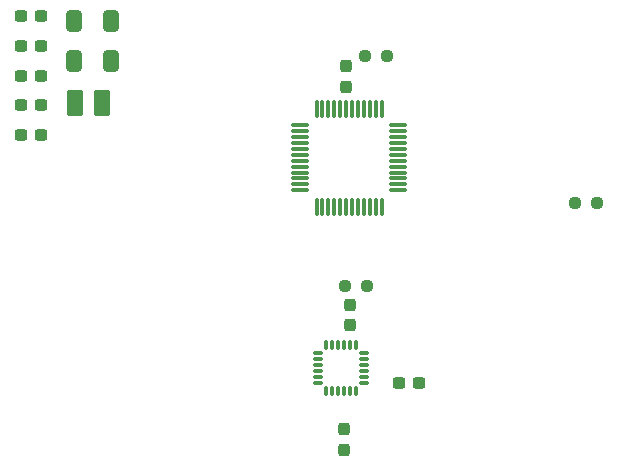
<source format=gbr>
%TF.GenerationSoftware,KiCad,Pcbnew,9.0.6*%
%TF.CreationDate,2025-12-28T22:24:58-08:00*%
%TF.ProjectId,neodrone-v1,6e656f64-726f-46e6-952d-76312e6b6963,rev?*%
%TF.SameCoordinates,Original*%
%TF.FileFunction,Paste,Top*%
%TF.FilePolarity,Positive*%
%FSLAX46Y46*%
G04 Gerber Fmt 4.6, Leading zero omitted, Abs format (unit mm)*
G04 Created by KiCad (PCBNEW 9.0.6) date 2025-12-28 22:24:58*
%MOMM*%
%LPD*%
G01*
G04 APERTURE LIST*
G04 Aperture macros list*
%AMRoundRect*
0 Rectangle with rounded corners*
0 $1 Rounding radius*
0 $2 $3 $4 $5 $6 $7 $8 $9 X,Y pos of 4 corners*
0 Add a 4 corners polygon primitive as box body*
4,1,4,$2,$3,$4,$5,$6,$7,$8,$9,$2,$3,0*
0 Add four circle primitives for the rounded corners*
1,1,$1+$1,$2,$3*
1,1,$1+$1,$4,$5*
1,1,$1+$1,$6,$7*
1,1,$1+$1,$8,$9*
0 Add four rect primitives between the rounded corners*
20,1,$1+$1,$2,$3,$4,$5,0*
20,1,$1+$1,$4,$5,$6,$7,0*
20,1,$1+$1,$6,$7,$8,$9,0*
20,1,$1+$1,$8,$9,$2,$3,0*%
G04 Aperture macros list end*
%ADD10RoundRect,0.237500X0.250000X0.237500X-0.250000X0.237500X-0.250000X-0.237500X0.250000X-0.237500X0*%
%ADD11RoundRect,0.075000X-0.662500X-0.075000X0.662500X-0.075000X0.662500X0.075000X-0.662500X0.075000X0*%
%ADD12RoundRect,0.075000X-0.075000X-0.662500X0.075000X-0.662500X0.075000X0.662500X-0.075000X0.662500X0*%
%ADD13RoundRect,0.237500X-0.237500X0.300000X-0.237500X-0.300000X0.237500X-0.300000X0.237500X0.300000X0*%
%ADD14RoundRect,0.250001X-0.462499X-0.849999X0.462499X-0.849999X0.462499X0.849999X-0.462499X0.849999X0*%
%ADD15RoundRect,0.250000X-0.412500X-0.650000X0.412500X-0.650000X0.412500X0.650000X-0.412500X0.650000X0*%
%ADD16RoundRect,0.237500X-0.300000X-0.237500X0.300000X-0.237500X0.300000X0.237500X-0.300000X0.237500X0*%
%ADD17RoundRect,0.075000X-0.350000X-0.075000X0.350000X-0.075000X0.350000X0.075000X-0.350000X0.075000X0*%
%ADD18RoundRect,0.075000X0.075000X-0.350000X0.075000X0.350000X-0.075000X0.350000X-0.075000X-0.350000X0*%
%ADD19RoundRect,0.237500X0.237500X-0.300000X0.237500X0.300000X-0.237500X0.300000X-0.237500X-0.300000X0*%
%ADD20RoundRect,0.237500X0.300000X0.237500X-0.300000X0.237500X-0.300000X-0.237500X0.300000X-0.237500X0*%
G04 APERTURE END LIST*
D10*
%TO.C,R1*%
X153266231Y-83077674D03*
X155091231Y-83077674D03*
%TD*%
D11*
%TO.C,U1*%
X147752500Y-88912500D03*
X147752500Y-89412500D03*
X147752500Y-89912500D03*
X147752500Y-90412500D03*
X147752500Y-90912500D03*
X147752500Y-91412500D03*
X147752500Y-91912500D03*
X147752500Y-92412500D03*
X147752500Y-92912500D03*
X147752500Y-93412500D03*
X147752500Y-93912500D03*
X147752500Y-94412500D03*
D12*
X149165000Y-95825000D03*
X149665000Y-95825000D03*
X150165000Y-95825000D03*
X150665000Y-95825000D03*
X151165000Y-95825000D03*
X151665000Y-95825000D03*
X152165000Y-95825000D03*
X152665000Y-95825000D03*
X153165000Y-95825000D03*
X153665000Y-95825000D03*
X154165000Y-95825000D03*
X154665000Y-95825000D03*
D11*
X156077500Y-94412500D03*
X156077500Y-93912500D03*
X156077500Y-93412500D03*
X156077500Y-92912500D03*
X156077500Y-92412500D03*
X156077500Y-91912500D03*
X156077500Y-91412500D03*
X156077500Y-90912500D03*
X156077500Y-90412500D03*
X156077500Y-89912500D03*
X156077500Y-89412500D03*
X156077500Y-88912500D03*
D12*
X154665000Y-87500000D03*
X154165000Y-87500000D03*
X153665000Y-87500000D03*
X153165000Y-87500000D03*
X152665000Y-87500000D03*
X152165000Y-87500000D03*
X151665000Y-87500000D03*
X151165000Y-87500000D03*
X150665000Y-87500000D03*
X150165000Y-87500000D03*
X149665000Y-87500000D03*
X149165000Y-87500000D03*
%TD*%
D13*
%TO.C,C1*%
X151671083Y-85638963D03*
X151671083Y-83913963D03*
%TD*%
D14*
%TO.C,L1*%
X128675000Y-87000000D03*
X131000000Y-87000000D03*
%TD*%
D15*
%TO.C,C16*%
X128625000Y-83450000D03*
X131750000Y-83450000D03*
%TD*%
D16*
%TO.C,C15*%
X124145000Y-89720000D03*
X125870000Y-89720000D03*
%TD*%
%TO.C,C14*%
X124145000Y-87210000D03*
X125870000Y-87210000D03*
%TD*%
%TO.C,C13*%
X124145000Y-84700000D03*
X125870000Y-84700000D03*
%TD*%
%TO.C,C12*%
X124145000Y-82190000D03*
X125870000Y-82190000D03*
%TD*%
%TO.C,C11*%
X124145000Y-79680000D03*
X125870000Y-79680000D03*
%TD*%
D15*
%TO.C,C10*%
X128625000Y-80100000D03*
X131750000Y-80100000D03*
%TD*%
D10*
%TO.C,R2*%
X171087500Y-95500000D03*
X172912500Y-95500000D03*
%TD*%
D17*
%TO.C,U2*%
X149300000Y-108200000D03*
X149300000Y-108700000D03*
X149300000Y-109200000D03*
X149300000Y-109700000D03*
X149300000Y-110200000D03*
X149300000Y-110700000D03*
D18*
X150000000Y-111400000D03*
X150500000Y-111400000D03*
X151000000Y-111400000D03*
X151500000Y-111400000D03*
X152000000Y-111400000D03*
X152500000Y-111400000D03*
D17*
X153200000Y-110700000D03*
X153200000Y-110200000D03*
X153200000Y-109700000D03*
X153200000Y-109200000D03*
X153200000Y-108700000D03*
X153200000Y-108200000D03*
D18*
X152500000Y-107500000D03*
X152000000Y-107500000D03*
X151500000Y-107500000D03*
X151000000Y-107500000D03*
X150500000Y-107500000D03*
X150000000Y-107500000D03*
%TD*%
D10*
%TO.C,R3*%
X153412500Y-102500000D03*
X151587500Y-102500000D03*
%TD*%
D19*
%TO.C,C9*%
X152000000Y-105862500D03*
X152000000Y-104137500D03*
%TD*%
D20*
%TO.C,C8*%
X157862500Y-110703125D03*
X156137500Y-110703125D03*
%TD*%
D13*
%TO.C,C7*%
X151500000Y-114637500D03*
X151500000Y-116362500D03*
%TD*%
M02*

</source>
